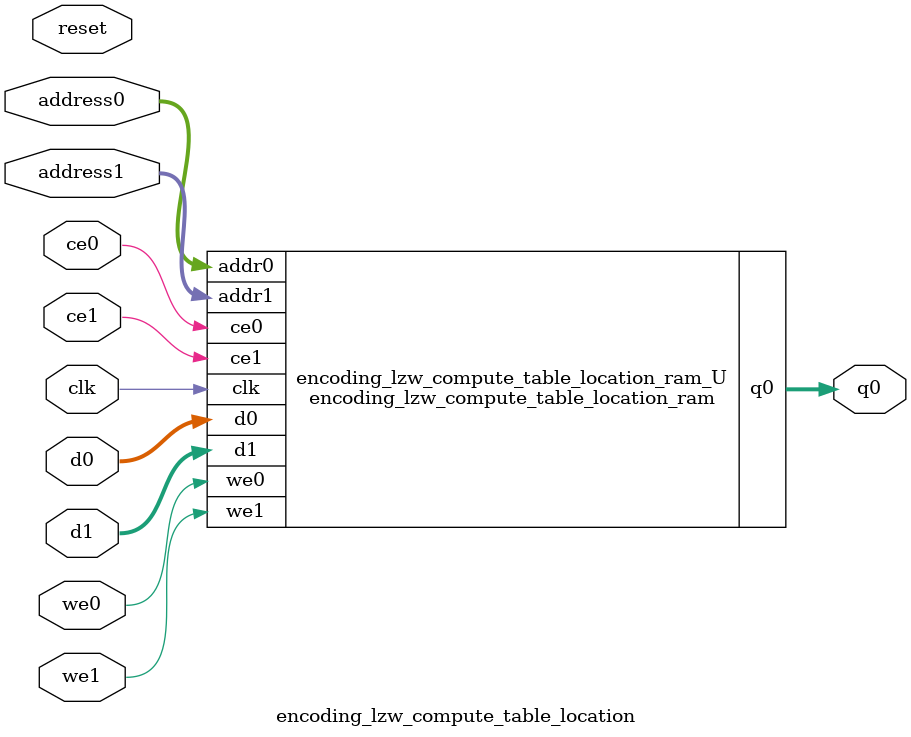
<source format=v>
`timescale 1 ns / 1 ps
module encoding_lzw_compute_table_location_ram (addr0, ce0, d0, we0, q0, addr1, ce1, d1, we1,  clk);

parameter DWIDTH = 16;
parameter AWIDTH = 18;
parameter MEM_SIZE = 133000;

input[AWIDTH-1:0] addr0;
input ce0;
input[DWIDTH-1:0] d0;
input we0;
output reg[DWIDTH-1:0] q0;
input[AWIDTH-1:0] addr1;
input ce1;
input[DWIDTH-1:0] d1;
input we1;
input clk;

reg [DWIDTH-1:0] ram[0:MEM_SIZE-1];




always @(posedge clk)  
begin 
    if (ce0) begin
        if (we0) 
            ram[addr0] <= d0; 
        q0 <= ram[addr0];
    end
end


always @(posedge clk)  
begin 
    if (ce1) begin
        if (we1) 
            ram[addr1] <= d1; 
    end
end


endmodule

`timescale 1 ns / 1 ps
module encoding_lzw_compute_table_location(
    reset,
    clk,
    address0,
    ce0,
    we0,
    d0,
    q0,
    address1,
    ce1,
    we1,
    d1);

parameter DataWidth = 32'd16;
parameter AddressRange = 32'd133000;
parameter AddressWidth = 32'd18;
input reset;
input clk;
input[AddressWidth - 1:0] address0;
input ce0;
input we0;
input[DataWidth - 1:0] d0;
output[DataWidth - 1:0] q0;
input[AddressWidth - 1:0] address1;
input ce1;
input we1;
input[DataWidth - 1:0] d1;



encoding_lzw_compute_table_location_ram encoding_lzw_compute_table_location_ram_U(
    .clk( clk ),
    .addr0( address0 ),
    .ce0( ce0 ),
    .we0( we0 ),
    .d0( d0 ),
    .q0( q0 ),
    .addr1( address1 ),
    .ce1( ce1 ),
    .we1( we1 ),
    .d1( d1 ));

endmodule


</source>
